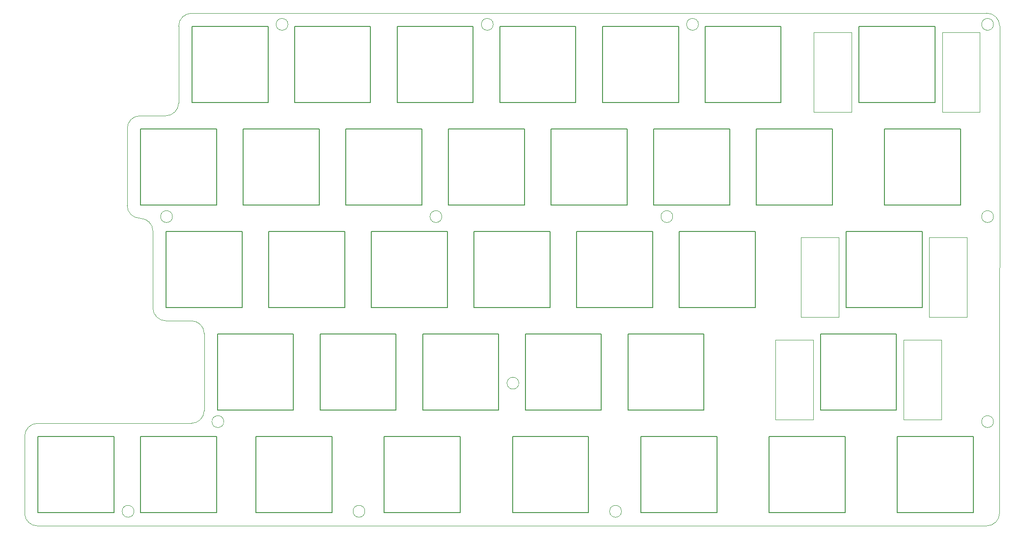
<source format=gm1>
G04 #@! TF.GenerationSoftware,KiCad,Pcbnew,7.0.7*
G04 #@! TF.CreationDate,2023-09-30T17:52:00+09:00*
G04 #@! TF.ProjectId,ind-assemble_R,696e642d-6173-4736-956d-626c655f522e,rev?*
G04 #@! TF.SameCoordinates,Original*
G04 #@! TF.FileFunction,Profile,NP*
%FSLAX46Y46*%
G04 Gerber Fmt 4.6, Leading zero omitted, Abs format (unit mm)*
G04 Created by KiCad (PCBNEW 7.0.7) date 2023-09-30 17:52:00*
%MOMM*%
%LPD*%
G01*
G04 APERTURE LIST*
G04 #@! TA.AperFunction,Profile*
%ADD10C,0.100000*%
G04 #@! TD*
G04 #@! TA.AperFunction,Profile*
%ADD11C,0.150000*%
G04 #@! TD*
G04 #@! TA.AperFunction,Profile*
%ADD12C,0.010000*%
G04 #@! TD*
G04 #@! TA.AperFunction,Profile*
%ADD13C,0.120000*%
G04 #@! TD*
G04 APERTURE END LIST*
D10*
X59383799Y-88422452D02*
X64141201Y-88427548D01*
X64158798Y-31277548D02*
G75*
G03*
X61777548Y-33658799I2J-2381252D01*
G01*
X64141202Y-107472451D02*
X35583798Y-107477549D01*
X54608798Y-50327548D02*
G75*
G03*
X52227548Y-52708799I2J-2381252D01*
G01*
X57002548Y-86041202D02*
G75*
G03*
X59383799Y-88422452I2381252J2D01*
G01*
X211791202Y-31257548D02*
X64158798Y-31277549D01*
X214172452Y-33638798D02*
X214152452Y-124151202D01*
X33202548Y-109858799D02*
X33193798Y-124379952D01*
X33193799Y-124379952D02*
G75*
G03*
X35568798Y-126537192I2375001J228752D01*
G01*
X66522451Y-90808798D02*
X66522452Y-105091201D01*
X66522452Y-90808798D02*
G75*
G03*
X64141201Y-88427548I-2381252J-2D01*
G01*
X56997452Y-71758798D02*
G75*
G03*
X54616201Y-69377548I-2381252J-2D01*
G01*
X211771202Y-126532452D02*
G75*
G03*
X214152452Y-124151202I-2J2381252D01*
G01*
X52227548Y-52708799D02*
X52227549Y-66991202D01*
X35583798Y-107477548D02*
G75*
G03*
X33202548Y-109858799I2J-2381252D01*
G01*
X59391202Y-50322452D02*
G75*
G03*
X61772452Y-47941201I-2J2381252D01*
G01*
X35568798Y-126532452D02*
X211771202Y-126532452D01*
X61772452Y-47941201D02*
X61777548Y-33658799D01*
X56997451Y-71758798D02*
X57002549Y-86041202D01*
X214172452Y-33638798D02*
G75*
G03*
X211791202Y-31257548I-2381252J-2D01*
G01*
X59391202Y-50322451D02*
X54608798Y-50327549D01*
X54608799Y-69372452D02*
X54616201Y-69377548D01*
X52227548Y-66991202D02*
G75*
G03*
X54608799Y-69372452I2381252J2D01*
G01*
X64141202Y-107472452D02*
G75*
G03*
X66522452Y-105091201I-2J2381252D01*
G01*
D11*
X102343750Y-33748750D02*
X116443750Y-33748750D01*
X102343750Y-47848750D02*
X102343750Y-33748750D01*
X116443750Y-33748750D02*
X116443750Y-47848750D01*
X116443750Y-47848750D02*
X102343750Y-47848750D01*
X99947500Y-109948750D02*
X114047500Y-109948750D01*
X99947500Y-124048750D02*
X99947500Y-109948750D01*
X114047500Y-109948750D02*
X114047500Y-124048750D01*
X114047500Y-124048750D02*
X99947500Y-124048750D01*
X64258750Y-33748750D02*
X78358750Y-33748750D01*
X64258750Y-47848750D02*
X64258750Y-33748750D01*
X78358750Y-33748750D02*
X78358750Y-47848750D01*
X78358750Y-47848750D02*
X64258750Y-47848750D01*
X140458750Y-33748750D02*
X154558750Y-33748750D01*
X140458750Y-47848750D02*
X140458750Y-33748750D01*
X154558750Y-33748750D02*
X154558750Y-47848750D01*
X154558750Y-47848750D02*
X140458750Y-47848750D01*
X92803750Y-52798750D02*
X106903750Y-52798750D01*
X92803750Y-66898750D02*
X92803750Y-52798750D01*
X106903750Y-52798750D02*
X106903750Y-66898750D01*
X106903750Y-66898750D02*
X92803750Y-66898750D01*
X154716250Y-71848750D02*
X168816250Y-71848750D01*
X154716250Y-85948750D02*
X154716250Y-71848750D01*
X168816250Y-71848750D02*
X168816250Y-85948750D01*
X168816250Y-85948750D02*
X154716250Y-85948750D01*
D12*
X53487500Y-123825000D02*
G75*
G03*
X53487500Y-123825000I-1100000J0D01*
G01*
X70156250Y-107156250D02*
G75*
G03*
X70156250Y-107156250I-1100000J0D01*
G01*
D11*
X126141250Y-90898750D02*
X140241250Y-90898750D01*
X126141250Y-104998750D02*
X126141250Y-90898750D01*
X140241250Y-90898750D02*
X140241250Y-104998750D01*
X140241250Y-104998750D02*
X126141250Y-104998750D01*
X135666250Y-71848750D02*
X149766250Y-71848750D01*
X135666250Y-85948750D02*
X135666250Y-71848750D01*
X149766250Y-71848750D02*
X149766250Y-85948750D01*
X149766250Y-85948750D02*
X135666250Y-85948750D01*
X88041250Y-90898750D02*
X102141250Y-90898750D01*
X88041250Y-104998750D02*
X88041250Y-90898750D01*
X102141250Y-90898750D02*
X102141250Y-104998750D01*
X102141250Y-104998750D02*
X88041250Y-104998750D01*
D12*
X213031250Y-69056250D02*
G75*
G03*
X213031250Y-69056250I-1100000J0D01*
G01*
X82062500Y-33337500D02*
G75*
G03*
X82062500Y-33337500I-1100000J0D01*
G01*
D11*
X83293750Y-33748750D02*
X97393750Y-33748750D01*
X83293750Y-47848750D02*
X83293750Y-33748750D01*
X97393750Y-33748750D02*
X97393750Y-47848750D01*
X97393750Y-47848750D02*
X83293750Y-47848750D01*
X35653750Y-109948750D02*
X49753750Y-109948750D01*
X35653750Y-124048750D02*
X35653750Y-109948750D01*
X49753750Y-109948750D02*
X49753750Y-124048750D01*
X49753750Y-124048750D02*
X35653750Y-124048750D01*
X59466250Y-71848750D02*
X73566250Y-71848750D01*
X59466250Y-85948750D02*
X59466250Y-71848750D01*
X73566250Y-71848750D02*
X73566250Y-85948750D01*
X73566250Y-85948750D02*
X59466250Y-85948750D01*
D12*
X120162500Y-33337500D02*
G75*
G03*
X120162500Y-33337500I-1100000J0D01*
G01*
D11*
X192816250Y-52798750D02*
X206916250Y-52798750D01*
X192816250Y-66898750D02*
X192816250Y-52798750D01*
X206916250Y-52798750D02*
X206916250Y-66898750D01*
X206916250Y-66898750D02*
X192816250Y-66898750D01*
D12*
X124925000Y-100012500D02*
G75*
G03*
X124925000Y-100012500I-1100000J0D01*
G01*
D11*
X195197500Y-109948750D02*
X209297500Y-109948750D01*
X195197500Y-124048750D02*
X195197500Y-109948750D01*
X209297500Y-109948750D02*
X209297500Y-124048750D01*
X209297500Y-124048750D02*
X195197500Y-124048750D01*
X107091250Y-90898750D02*
X121191250Y-90898750D01*
X107091250Y-104998750D02*
X107091250Y-90898750D01*
X121191250Y-90898750D02*
X121191250Y-104998750D01*
X121191250Y-104998750D02*
X107091250Y-104998750D01*
X97566250Y-71848750D02*
X111666250Y-71848750D01*
X97566250Y-85948750D02*
X97566250Y-71848750D01*
X111666250Y-71848750D02*
X111666250Y-85948750D01*
X111666250Y-85948750D02*
X97566250Y-85948750D01*
D12*
X153500000Y-69056250D02*
G75*
G03*
X153500000Y-69056250I-1100000J0D01*
G01*
D11*
X54703750Y-52798750D02*
X68803750Y-52798750D01*
X54703750Y-66898750D02*
X54703750Y-52798750D01*
X68803750Y-52798750D02*
X68803750Y-66898750D01*
X68803750Y-66898750D02*
X54703750Y-66898750D01*
D12*
X158262500Y-33337500D02*
G75*
G03*
X158262500Y-33337500I-1100000J0D01*
G01*
D11*
X111853750Y-52798750D02*
X125953750Y-52798750D01*
X111853750Y-66898750D02*
X111853750Y-52798750D01*
X125953750Y-52798750D02*
X125953750Y-66898750D01*
X125953750Y-66898750D02*
X111853750Y-66898750D01*
D13*
X177322500Y-72898750D02*
X184322500Y-72898750D01*
X177322500Y-87698750D02*
X177322500Y-72898750D01*
X184322500Y-72898750D02*
X184322500Y-87698750D01*
X184322500Y-87698750D02*
X177322500Y-87698750D01*
D11*
X185672500Y-71848750D02*
X199772500Y-71848750D01*
X185672500Y-85948750D02*
X185672500Y-71848750D01*
X199772500Y-71848750D02*
X199772500Y-85948750D01*
X199772500Y-85948750D02*
X185672500Y-85948750D01*
D13*
X201122500Y-72898750D02*
X201122500Y-87698750D01*
X201122500Y-87698750D02*
X208122500Y-87698750D01*
X208122500Y-72898750D02*
X201122500Y-72898750D01*
X208122500Y-87698750D02*
X208122500Y-72898750D01*
D11*
X169003750Y-52798750D02*
X183103750Y-52798750D01*
X169003750Y-66898750D02*
X169003750Y-52798750D01*
X183103750Y-52798750D02*
X183103750Y-66898750D01*
X183103750Y-66898750D02*
X169003750Y-66898750D01*
D13*
X179703750Y-34798750D02*
X186703750Y-34798750D01*
X179703750Y-49598750D02*
X179703750Y-34798750D01*
X186703750Y-34798750D02*
X186703750Y-49598750D01*
X186703750Y-49598750D02*
X179703750Y-49598750D01*
D11*
X188053750Y-33748750D02*
X202153750Y-33748750D01*
X188053750Y-47848750D02*
X188053750Y-33748750D01*
X202153750Y-33748750D02*
X202153750Y-47848750D01*
X202153750Y-47848750D02*
X188053750Y-47848750D01*
D13*
X203503750Y-34798750D02*
X203503750Y-49598750D01*
X203503750Y-49598750D02*
X210503750Y-49598750D01*
X210503750Y-34798750D02*
X203503750Y-34798750D01*
X210503750Y-49598750D02*
X210503750Y-34798750D01*
D11*
X159493750Y-33748750D02*
X173593750Y-33748750D01*
X159493750Y-47848750D02*
X159493750Y-33748750D01*
X173593750Y-33748750D02*
X173593750Y-47848750D01*
X173593750Y-47848750D02*
X159493750Y-47848750D01*
X123760000Y-109948750D02*
X137860000Y-109948750D01*
X123760000Y-124048750D02*
X123760000Y-109948750D01*
X137860000Y-109948750D02*
X137860000Y-124048750D01*
X137860000Y-124048750D02*
X123760000Y-124048750D01*
D12*
X213031250Y-33337500D02*
G75*
G03*
X213031250Y-33337500I-1100000J0D01*
G01*
D11*
X121393750Y-33748750D02*
X135493750Y-33748750D01*
X121393750Y-47848750D02*
X121393750Y-33748750D01*
X135493750Y-33748750D02*
X135493750Y-47848750D01*
X135493750Y-47848750D02*
X121393750Y-47848750D01*
D13*
X172560000Y-91948750D02*
X179560000Y-91948750D01*
X172560000Y-106748750D02*
X172560000Y-91948750D01*
X179560000Y-91948750D02*
X179560000Y-106748750D01*
X179560000Y-106748750D02*
X172560000Y-106748750D01*
D11*
X180910000Y-90898750D02*
X195010000Y-90898750D01*
X180910000Y-104998750D02*
X180910000Y-90898750D01*
X195010000Y-90898750D02*
X195010000Y-104998750D01*
X195010000Y-104998750D02*
X180910000Y-104998750D01*
D13*
X196360000Y-91948750D02*
X196360000Y-106748750D01*
X196360000Y-106748750D02*
X203360000Y-106748750D01*
X203360000Y-91948750D02*
X196360000Y-91948750D01*
X203360000Y-106748750D02*
X203360000Y-91948750D01*
D11*
X76135000Y-109948750D02*
X90235000Y-109948750D01*
X76135000Y-124048750D02*
X76135000Y-109948750D01*
X90235000Y-109948750D02*
X90235000Y-124048750D01*
X90235000Y-124048750D02*
X76135000Y-124048750D01*
X73753750Y-52798750D02*
X87853750Y-52798750D01*
X73753750Y-66898750D02*
X73753750Y-52798750D01*
X87853750Y-52798750D02*
X87853750Y-66898750D01*
X87853750Y-66898750D02*
X73753750Y-66898750D01*
X54703750Y-109948750D02*
X68803750Y-109948750D01*
X54703750Y-124048750D02*
X54703750Y-109948750D01*
X68803750Y-109948750D02*
X68803750Y-124048750D01*
X68803750Y-124048750D02*
X54703750Y-124048750D01*
X145191250Y-90898750D02*
X159291250Y-90898750D01*
X145191250Y-104998750D02*
X145191250Y-90898750D01*
X159291250Y-90898750D02*
X159291250Y-104998750D01*
X159291250Y-104998750D02*
X145191250Y-104998750D01*
D12*
X110637500Y-69056250D02*
G75*
G03*
X110637500Y-69056250I-1100000J0D01*
G01*
D11*
X116616250Y-71848750D02*
X130716250Y-71848750D01*
X116616250Y-85948750D02*
X116616250Y-71848750D01*
X130716250Y-71848750D02*
X130716250Y-85948750D01*
X130716250Y-85948750D02*
X116616250Y-85948750D01*
D12*
X60631250Y-69056250D02*
G75*
G03*
X60631250Y-69056250I-1100000J0D01*
G01*
X213031250Y-107156250D02*
G75*
G03*
X213031250Y-107156250I-1100000J0D01*
G01*
X143975000Y-123825000D02*
G75*
G03*
X143975000Y-123825000I-1100000J0D01*
G01*
X96350000Y-123825000D02*
G75*
G03*
X96350000Y-123825000I-1100000J0D01*
G01*
D11*
X171385000Y-109948750D02*
X185485000Y-109948750D01*
X171385000Y-124048750D02*
X171385000Y-109948750D01*
X185485000Y-109948750D02*
X185485000Y-124048750D01*
X185485000Y-124048750D02*
X171385000Y-124048750D01*
X68991250Y-90898750D02*
X83091250Y-90898750D01*
X68991250Y-104998750D02*
X68991250Y-90898750D01*
X83091250Y-90898750D02*
X83091250Y-104998750D01*
X83091250Y-104998750D02*
X68991250Y-104998750D01*
X130903750Y-52798750D02*
X145003750Y-52798750D01*
X130903750Y-66898750D02*
X130903750Y-52798750D01*
X145003750Y-52798750D02*
X145003750Y-66898750D01*
X145003750Y-66898750D02*
X130903750Y-66898750D01*
X149953750Y-52798750D02*
X164053750Y-52798750D01*
X149953750Y-66898750D02*
X149953750Y-52798750D01*
X164053750Y-52798750D02*
X164053750Y-66898750D01*
X164053750Y-66898750D02*
X149953750Y-66898750D01*
X147572500Y-109948750D02*
X161672500Y-109948750D01*
X147572500Y-124048750D02*
X147572500Y-109948750D01*
X161672500Y-109948750D02*
X161672500Y-124048750D01*
X161672500Y-124048750D02*
X147572500Y-124048750D01*
X78516250Y-71848750D02*
X92616250Y-71848750D01*
X78516250Y-85948750D02*
X78516250Y-71848750D01*
X92616250Y-71848750D02*
X92616250Y-85948750D01*
X92616250Y-85948750D02*
X78516250Y-85948750D01*
M02*

</source>
